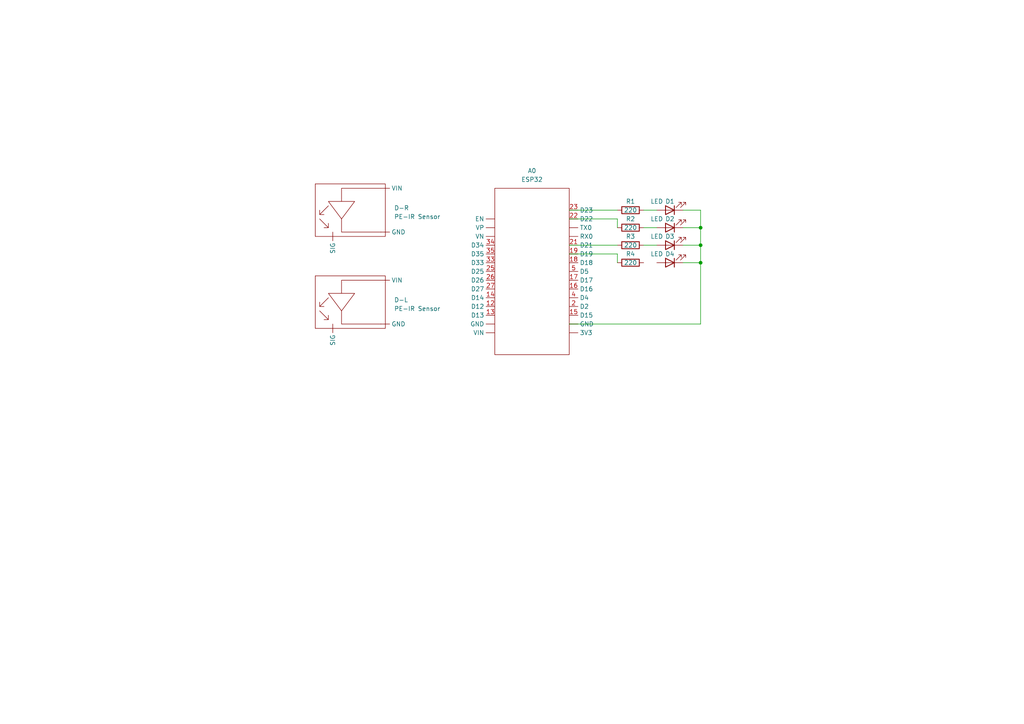
<source format=kicad_sch>
(kicad_sch (version 20211123) (generator eeschema)
  (paper "A4")
  (title_block (title "HUJI-Lib") (company "The Hebrew University of Jerusalem, Israel") (comment 1 "Designed by Ido Nir and Noam Peled"))
  (lib_symbols
    (symbol "Component Library:ESP32"
      (property "Reference" "A" (at 0 -12.7 0))
      (property "Value" "ESP32" (at 0 30.48 0))
      (symbol "ESP32_0_1"
        (rectangle (start -10.16 33.02) (end 11.43 -15.24))
      )
      (symbol "ESP32_1_1"
        (pin output line (at 11.43 -8.89 0) (length 2.54) (name "3V3") (number ""))
        (pin input line (at -10.16 24.13 180) (length 2.54) (name "EN") (number ""))
        (pin bidirectional line (at -10.16 -6.35 180) (length 2.54) (name "GND") (number ""))
        (pin bidirectional line (at 11.43 -6.35 0) (length 2.54) (name "GND") (number ""))
        (pin input line (at 11.43 19.05 0) (length 2.54) (name "RX0") (number ""))
        (pin output line (at 11.43 21.59 0) (length 2.54) (name "TX0") (number ""))
        (pin bidirectional line (at -10.16 -8.89 180) (length 2.54) (name "VIN") (number ""))
        (pin input line (at -10.16 19.05 180) (length 2.54) (name "VN") (number ""))
        (pin input line (at -10.16 21.59 180) (length 2.54) (name "VP") (number ""))
        (pin input line (at -10.16 -1.27 180) (length 2.54) (name "D12") (number "12"))
        (pin input line (at -10.16 -3.81 180) (length 2.54) (name "D13") (number "13"))
        (pin input line (at -10.16 1.27 180) (length 2.54) (name "D14") (number "14"))
        (pin bidirectional line (at 11.43 -3.81 0) (length 2.54) (name "D15") (number "15"))
        (pin bidirectional line (at 11.43 3.81 0) (length 2.54) (name "D16") (number "16"))
        (pin bidirectional line (at 11.43 6.35 0) (length 2.54) (name "D17") (number "17"))
        (pin bidirectional line (at 11.43 11.43 0) (length 2.54) (name "D18") (number "18"))
        (pin bidirectional line (at 11.43 13.97 0) (length 2.54) (name "D19") (number "19"))
        (pin bidirectional line (at 11.43 -1.27 0) (length 2.54) (name "D2") (number "2"))
        (pin bidirectional line (at 11.43 16.51 0) (length 2.54) (name "D21") (number "21"))
        (pin bidirectional line (at 11.43 24.13 0) (length 2.54) (name "D22") (number "22"))
        (pin bidirectional line (at 11.43 26.67 0) (length 2.54) (name "D23") (number "23"))
        (pin bidirectional line (at -10.16 8.89 180) (length 2.54) (name "D25") (number "25"))
        (pin bidirectional line (at -10.16 6.35 180) (length 2.54) (name "D26") (number "26"))
        (pin bidirectional line (at -10.16 3.81 180) (length 2.54) (name "D27") (number "27"))
        (pin bidirectional line (at -10.16 11.43 180) (length 2.54) (name "D33") (number "33"))
        (pin bidirectional line (at -10.16 16.51 180) (length 2.54) (name "D34") (number "34"))
        (pin bidirectional line (at -10.16 13.97 180) (length 2.54) (name "D35") (number "35"))
        (pin bidirectional line (at 11.43 1.27 0) (length 2.54) (name "D4") (number "4"))
        (pin bidirectional line (at 11.43 8.89 0) (length 2.54) (name "D5") (number "5"))
      )
    )
    (symbol "Component Library:PE-IR Sensor"
      (property "Reference" "D" (at 3.81 7.62 0))
      (property "Value" "PE-IR Sensor" (at -1.27 17.78 0))
      (symbol "PE-IR Sensor_0_1"
        (rectangle (start -10.16 15.24) (end 10.16 0))
        (polyline (pts (xy 8.89 1.27) (xy 8.89 1.27)))
        (polyline (pts (xy -2.54 5.08) (xy -2.54 1.27) (xy 8.89 1.27)))
        (polyline (pts (xy -8.89 5.08) (xy -6.35 2.54) (xy -7.62 2.54) (xy -6.35 2.54) (xy -6.35 3.81)))
        (polyline (pts (xy -6.35 8.89) (xy -8.89 6.35) (xy -8.89 7.62) (xy -8.89 6.35) (xy -7.62 6.35)))
        (polyline (pts (xy 8.89 13.97) (xy -2.54 13.97) (xy -2.54 10.16) (xy -6.35 10.16) (xy -2.54 5.08) (xy 1.27 10.16) (xy -2.54 10.16)))
      )
      (symbol "PE-IR Sensor_1_1"
        (pin output line (at 8.89 1.27 0) (length 2.54) (name "GND") (number ""))
        (pin output line (at -5.08 1.27 270) (length 2.54) (name "SIG") (number ""))
        (pin input line (at 8.89 13.97 0) (length 2.54) (name "VIN") (number ""))
      )
    )
    (symbol "Device:LED" (pin_numbers hide) (pin_names (offset 1.016) hide)
      (property "Reference" "D" (at 0 2.54 0))
      (property "Value" "LED" (at 0 -2.54 0))
      (symbol "LED_0_1"
        (polyline (pts (xy -1.27 -1.27) (xy -1.27 1.27)) (stroke (width 0.254)))
        (polyline (pts (xy -1.27 0) (xy 1.27 0)))
        (polyline (pts (xy 1.27 -1.27) (xy 1.27 1.27) (xy -1.27 0) (xy 1.27 -1.27)) (stroke (width 0.254)))
        (polyline (pts (xy -3.048 -0.762) (xy -4.572 -2.286) (xy -3.81 -2.286) (xy -4.572 -2.286) (xy -4.572 -1.524)))
        (polyline (pts (xy -1.778 -0.762) (xy -3.302 -2.286) (xy -2.54 -2.286) (xy -3.302 -2.286) (xy -3.302 -1.524)))
      )
      (symbol "LED_1_1"
        (pin passive line (at -3.81 0 0) (length 2.54) (name "K") (number "1"))
        (pin passive line (at 3.81 0 180) (length 2.54) (name "A") (number "2"))
      )
    )
    (symbol "Device:R" (pin_numbers hide) (pin_names (offset 0))
      (property "Reference" "R" (at 2.032 0 90))
      (property "Value" "R" (at 0 0 90))
      (symbol "R_0_1"
        (rectangle (start -1.016 -2.54) (end 1.016 2.54) (stroke (width 0.254)))
      )
      (symbol "R_1_1"
        (pin passive line (at 0 3.81 270) (length 1.27) (name "~") (number "1"))
        (pin passive line (at 0 -3.81 90) (length 1.27) (name "~") (number "2"))
      )
    )
  )
  (junction (at 203.2 76.2))
  (junction (at 203.2 66.04))
  (junction (at 203.2 71.12))
  (wire (pts (xy 186.69 71.12) (xy 190.5 71.12)))
  (wire (pts (xy 179.07 63.5) (xy 179.07 66.04)))
  (wire (pts (xy 203.2 60.96) (xy 203.2 66.04)))
  (wire (pts (xy 203.2 71.12) (xy 203.2 76.2)))
  (wire (pts (xy 203.2 76.2) (xy 203.2 93.98)))
  (wire (pts (xy 165.1 63.5) (xy 179.07 63.5)))
  (wire (pts (xy 165.1 60.96) (xy 179.07 60.96)))
  (wire (pts (xy 198.12 66.04) (xy 203.2 66.04)))
  (wire (pts (xy 203.2 66.04) (xy 203.2 71.12)))
  (wire (pts (xy 198.12 76.2) (xy 203.2 76.2)))
  (wire (pts (xy 186.69 66.04) (xy 190.5 66.04)))
  (wire (pts (xy 179.07 73.66) (xy 179.07 76.2)))
  (wire (pts (xy 186.69 60.96) (xy 190.5 60.96)))
  (wire (pts (xy 198.12 60.96) (xy 203.2 60.96)))
  (wire (pts (xy 165.1 93.98) (xy 203.2 93.98)))
  (wire (pts (xy 165.1 71.12) (xy 179.07 71.12)))
  (wire (pts (xy 198.12 71.12) (xy 203.2 71.12)))
  (wire (pts (xy 165.1 73.66) (xy 179.07 73.66)))
  (symbol (lib_id "Device:LED") (at 194.31 60.96 180) (unit 1)
    (property "Reference" "D1" (at 194.31 58.42 0))
    (property "Value" "LED" (at 190.5 58.42 0))
  )
  (symbol (lib_id "Device:R") (at 182.88 60.96 90) (unit 1)
    (property "Reference" "R1" (at 182.88 58.42 90))
    (property "Value" "220" (at 182.88 60.96 90))
  )
  (symbol (lib_id "Device:LED") (at 194.31 71.12 180) (unit 1)
    (property "Reference" "D3" (at 194.31 68.58 0))
    (property "Value" "LED" (at 190.5 68.58 0))
  )
  (symbol (lib_id "Device:LED") (at 194.31 66.04 180) (unit 1)
    (property "Reference" "D2" (at 194.31 63.5 0))
    (property "Value" "LED" (at 190.5 63.5 0))
  )
  (symbol (lib_id "Device:R") (at 182.88 76.2 90) (unit 1)
    (property "Reference" "R4" (at 182.88 73.66 90))
    (property "Value" "220" (at 182.88 76.2 90))
  )
  (symbol (lib_id "Device:LED") (at 194.31 76.2 180) (unit 1)
    (property "Reference" "D4" (at 194.31 73.66 0))
    (property "Value" "LED" (at 190.5 73.66 0))
  )
  (symbol (lib_id "Device:R") (at 182.88 71.12 90) (unit 1)
    (property "Reference" "R3" (at 182.88 68.58 90))
    (property "Value" "220" (at 182.88 71.12 90))
  )
  (symbol (lib_id "Component Library:PE-IR Sensor") (at 101.6 68.58 0) (unit 1)
    (property "Reference" "D-R" (at 114.3 60.3249 0) (effects (justify left)))
    (property "Value" "PE-IR Sensor" (at 114.3 62.8649 0) (effects (justify left)))
  )
  (symbol (lib_id "Device:R") (at 182.88 66.04 90) (unit 1)
    (property "Reference" "R2" (at 182.88 63.5 90))
    (property "Value" "220" (at 182.88 66.04 90))
  )
  (symbol (lib_id "Component Library:PE-IR Sensor") (at 101.6 95.25 0) (unit 1)
    (property "Reference" "D-L" (at 114.3 86.9949 0) (effects (justify left)))
    (property "Value" "PE-IR Sensor" (at 114.3 89.5349 0) (effects (justify left)))
  )
  (symbol (lib_id "Component Library:ESP32") (at 153.67 87.63 0) (unit 1)
    (property "Reference" "A0" (at 154.305 49.53 0))
    (property "Value" "ESP32" (at 154.305 52.07 0))
  )
)
</source>
